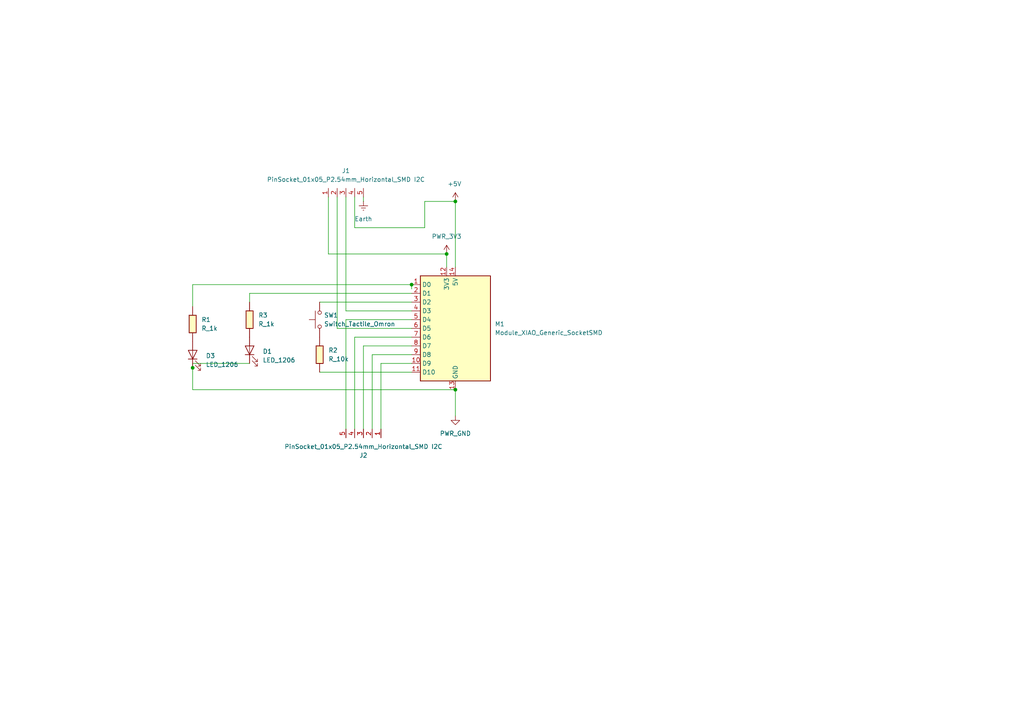
<source format=kicad_sch>
(kicad_sch (version 20250114) (generator "eeschema") (generator_version "9.0")
  (paper "A4")
  (lib_symbols
    (symbol "PCM_fab:LED_1206" (pin_numbers (hide yes)) (pin_names (offset 1.016) (hide yes))
      (property "Reference" "D" (at 0 2.54 0))
      (property "Value" "LED_1206" (at 0 -2.54 0))
      (symbol "LED_1206_0_1"
        (polyline (pts (xy -3.048 -0.762) (xy -4.572 -2.286) (xy -3.81 -2.286) (xy -4.572 -2.286) (xy -4.572 -1.524)))
        (polyline (pts (xy -1.778 -0.762) (xy -3.302 -2.286) (xy -2.54 -2.286) (xy -3.302 -2.286) (xy -3.302 -1.524)))
        (polyline (pts (xy -1.27 0) (xy 1.27 0)))
        (polyline (pts (xy -1.27 -1.27) (xy -1.27 1.27)) (stroke (width 0.2032)))
        (polyline (pts (xy 1.27 -1.27) (xy 1.27 1.27) (xy -1.27 0) (xy 1.27 -1.27)) (stroke (width 0.2032)))
      )
      (symbol "LED_1206_1_1"
        (pin passive line (at -3.81 0 0) (length 2.54) (name "K") (number "1"))
        (pin passive line (at 3.81 0 180) (length 2.54) (name "A") (number "2"))
      )
    )
    (symbol "PCM_fab:Module_XIAO_Generic_SocketSMD"
      (property "Reference" "M" (at -10.16 16.51 0))
      (property "Value" "Module_XIAO_Generic_SocketSMD" (at 1.27 16.51 0))
      (symbol "Module_XIAO_Generic_SocketSMD_1_1"
        (rectangle (start -10.16 15.24) (end 10.16 -15.24) (stroke (width 0.254)) (fill (type background)))
        (pin bidirectional line (at -12.7 12.7 0) (length 2.54) (name "D0") (number "1"))
        (pin bidirectional line (at -12.7 10.16 0) (length 2.54) (name "D1") (number "2"))
        (pin bidirectional line (at -12.7 7.62 0) (length 2.54) (name "D2") (number "3"))
        (pin bidirectional line (at -12.7 5.08 0) (length 2.54) (name "D3") (number "4"))
        (pin bidirectional line (at -12.7 2.54 0) (length 2.54) (name "D4") (number "5"))
        (pin bidirectional line (at -12.7 0 0) (length 2.54) (name "D5") (number "6"))
        (pin bidirectional line (at -12.7 -2.54 0) (length 2.54) (name "D6") (number "7"))
        (pin bidirectional line (at -12.7 -5.08 0) (length 2.54) (name "D7") (number "8"))
        (pin bidirectional line (at -12.7 -7.62 0) (length 2.54) (name "D8") (number "9"))
        (pin bidirectional line (at -12.7 -10.16 0) (length 2.54) (name "D9") (number "10"))
        (pin bidirectional line (at -12.7 -12.7 0) (length 2.54) (name "D10") (number "11"))
        (pin power_in line (at -2.54 17.78 270) (length 2.54) (name "3V3") (number "12"))
        (pin power_in line (at 0 17.78 270) (length 2.54) (name "5V") (number "14"))
        (pin power_in line (at 0 -17.78 90) (length 2.54) (name "GND") (number "13"))
      )
    )
    (symbol "PCM_fab:PWR_3V3" (power) (pin_names (offset 0))
      (property "Value" "PWR_3V3" (at 0 3.556 0))
      (symbol "PWR_3V3_0_1"
        (polyline (pts (xy -0.762 1.27) (xy 0 2.54)))
        (polyline (pts (xy 0 2.54) (xy 0.762 1.27)))
        (polyline (pts (xy 0 0) (xy 0 2.54)))
      )
      (symbol "PWR_3V3_1_1"
        (pin power_in line (at 0 0 90) (length 0) (hide yes) (name "PWR_3V3") (number "1"))
      )
    )
    (symbol "PCM_fab:PWR_GND" (power) (pin_names (offset 0))
      (property "Value" "PWR_GND" (at 0 -3.81 0))
      (symbol "PWR_GND_0_1"
        (polyline (pts (xy 0 0) (xy 0 -1.27) (xy 1.27 -1.27) (xy 0 -2.54) (xy -1.27 -1.27) (xy 0 -1.27)))
      )
      (symbol "PWR_GND_1_1"
        (pin power_in line (at 0 0 270) (length 0) (hide yes) (name "PWR_GND") (number "1"))
      )
    )
    (symbol "PCM_fab:PinSocket_01x05_P2.54mm_Horizontal_SMD"
      (property "Reference" "J" (at 0 8.89 0))
      (property "Value" "PinSocket_01x05_P2.54mm_Horizontal_SMD" (at 0 -7.62 0))
      (symbol "PinSocket_01x05_P2.54mm_Horizontal_SMD_0_0"
        (polyline (pts (xy -2.286 0.254) (xy -2.286 0.254)))
      )
      (symbol "PinSocket_01x05_P2.54mm_Horizontal_SMD_1_1"
        (pin passive line (at -2.54 5.08 0) (length 2.54) (name "") (number "1"))
        (pin passive line (at -2.54 2.54 0) (length 2.54) (name "") (number "2"))
        (pin passive line (at -2.54 0 0) (length 2.54) (name "") (number "3"))
        (pin passive line (at -2.54 -2.54 0) (length 2.54) (name "") (number "4"))
        (pin passive line (at -2.54 -5.08 0) (length 2.54) (name "") (number "5"))
      )
    )
    (symbol "PCM_fab:R_1206" (pin_numbers (hide yes)) (pin_names (offset 0))
      (property "Reference" "R" (at 2.54 0 90))
      (property "Value" "R_1206" (at -2.54 0 90))
      (symbol "R_1206_0_1"
        (rectangle (start -1.016 -2.54) (end 1.016 2.54) (stroke (width 0.254)) (fill (type background)))
      )
      (symbol "R_1206_1_1"
        (pin passive line (at 0 5.08 270) (length 2.54) (name "~") (number "1"))
        (pin passive line (at 0 -5.08 90) (length 2.54) (name "~") (number "2"))
      )
    )
    (symbol "PCM_fab:Switch_Tactile_Omron" (pin_numbers (hide yes)) (pin_names (offset 1.016) (hide yes))
      (property "Reference" "SW" (at 1.27 2.54 0))
      (property "Value" "Switch_Tactile_Omron" (at 0 -1.524 0))
      (symbol "Switch_Tactile_Omron_0_1"
        (circle (center -2.032 0) (radius 0.508))
        (polyline (pts (xy 0 1.27) (xy 0 3.048)))
        (circle (center 2.032 0) (radius 0.508))
        (polyline (pts (xy 2.54 1.27) (xy -2.54 1.27)))
        (pin passive line (at -5.08 0 0) (length 2.54) (name "1") (number "1"))
        (pin passive line (at 5.08 0 180) (length 2.54) (name "2") (number "2"))
      )
    )
    (symbol "power:+5V" (power) (pin_numbers (hide yes)) (pin_names (offset 0) (hide yes))
      (property "Value" "+5V" (at 0 3.556 0))
      (symbol "+5V_0_1"
        (polyline (pts (xy -0.762 1.27) (xy 0 2.54)))
        (polyline (pts (xy 0 2.54) (xy 0.762 1.27)))
        (polyline (pts (xy 0 0) (xy 0 2.54)))
      )
      (symbol "+5V_1_1"
        (pin power_in line (at 0 0 90) (length 0) (name "~") (number "1"))
      )
    )
    (symbol "power:Earth" (power) (pin_numbers (hide yes)) (pin_names (offset 0) (hide yes))
      (property "Value" "Earth" (at 0 -3.81 0))
      (symbol "Earth_0_1"
        (polyline (pts (xy -0.635 -1.905) (xy 0.635 -1.905)))
        (polyline (pts (xy -0.127 -2.54) (xy 0.127 -2.54)))
        (polyline (pts (xy 0 -1.27) (xy 0 0)))
        (polyline (pts (xy 1.27 -1.27) (xy -1.27 -1.27)))
      )
      (symbol "Earth_1_1"
        (pin power_in line (at 0 0 270) (length 0) (name "~") (number "1"))
      )
    )
  )
  (junction (at 129.54 73.66))
  (junction (at 132.08 113.03))
  (junction (at 119.38 82.55))
  (junction (at 55.88 106.68))
  (junction (at 132.08 58.42))
  (wire (pts (xy 119.38 82.55) (xy 119.38 83.82)))
  (wire (pts (xy 119.38 100.33) (xy 105.41 100.33)))
  (wire (pts (xy 102.87 66.04) (xy 123.19 66.04)))
  (wire (pts (xy 100.33 90.17) (xy 119.38 90.17)))
  (wire (pts (xy 105.41 100.33) (xy 105.41 124.46)))
  (wire (pts (xy 119.38 97.79) (xy 102.87 97.79)))
  (wire (pts (xy 92.71 87.63) (xy 119.38 87.63)))
  (wire (pts (xy 100.33 57.15) (xy 100.33 90.17)))
  (wire (pts (xy 72.39 85.09) (xy 119.38 85.09)))
  (wire (pts (xy 102.87 57.15) (xy 102.87 66.04)))
  (wire (pts (xy 119.38 105.41) (xy 110.49 105.41)))
  (wire (pts (xy 55.88 113.03) (xy 132.08 113.03)))
  (wire (pts (xy 107.95 102.87) (xy 107.95 124.46)))
  (wire (pts (xy 132.08 58.42) (xy 132.08 77.47)))
  (wire (pts (xy 55.88 82.55) (xy 119.38 82.55)))
  (wire (pts (xy 72.39 87.63) (xy 72.39 85.09)))
  (wire (pts (xy 123.19 66.04) (xy 123.19 58.42)))
  (wire (pts (xy 105.41 57.15) (xy 105.41 58.42)))
  (wire (pts (xy 119.38 95.25) (xy 97.79 95.25)))
  (wire (pts (xy 129.54 73.66) (xy 95.25 73.66)))
  (wire (pts (xy 55.88 105.41) (xy 55.88 106.68)))
  (wire (pts (xy 102.87 97.79) (xy 102.87 124.46)))
  (wire (pts (xy 119.38 92.71) (xy 100.33 92.71)))
  (wire (pts (xy 129.54 73.66) (xy 129.54 77.47)))
  (wire (pts (xy 92.71 107.95) (xy 119.38 107.95)))
  (wire (pts (xy 97.79 57.15) (xy 97.79 95.25)))
  (wire (pts (xy 95.25 57.15) (xy 95.25 73.66)))
  (wire (pts (xy 100.33 92.71) (xy 100.33 124.46)))
  (wire (pts (xy 72.39 105.41) (xy 55.88 105.41)))
  (wire (pts (xy 110.49 105.41) (xy 110.49 124.46)))
  (wire (pts (xy 123.19 58.42) (xy 132.08 58.42)))
  (wire (pts (xy 55.88 88.9) (xy 55.88 82.55)))
  (wire (pts (xy 132.08 113.03) (xy 132.08 120.65)))
  (wire (pts (xy 55.88 113.03) (xy 55.88 106.68)))
  (wire (pts (xy 119.38 102.87) (xy 107.95 102.87)))
  (symbol (lib_id "PCM_fab:PWR_3V3") (at 129.54 73.66 0) (unit 1)
    (property "Reference" "#PWR03" (effects (hide yes)))
    (property "Value" "PWR_3V3" (at 129.54 68.58 0))
    (property "Description" "Power symbol creates a global label with name \"+3V3\"" (effects (hide yes)))
  )
  (symbol (lib_id "PCM_fab:PWR_GND") (at 132.08 120.65 0) (unit 1)
    (property "Reference" "#PWR02" (effects (hide yes)))
    (property "Value" "PWR_GND" (at 132.08 125.73 0))
    (property "Description" "Power symbol creates a global label with name \"GND\" , ground" (effects (hide yes)))
  )
  (symbol (lib_id "PCM_fab:LED_1206") (at 55.88 102.87 90) (unit 1)
    (property "Reference" "D3" (at 59.69 103.2001 90) (effects (justify right)))
    (property "Value" "LED_1206" (at 59.69 105.7401 90) (effects (justify right)))
    (property "Footprint" "PCM_fab:LED_1206" (effects (hide yes)))
    (property "Datasheet" "https://optoelectronics.liteon.com/upload/download/DS-22-98-0002/LTST-C150CKT.pdf" (effects (hide yes)))
    (property "Description" "Light emitting diode, Lite-On Inc. LTST, SMD" (effects (hide yes)))
  )
  (symbol (lib_id "PCM_fab:R_1206") (at 92.71 102.87 0) (unit 1)
    (property "Reference" "R2" (at 95.25 101.5999 0) (effects (justify left)))
    (property "Value" "R_10k" (at 95.25 104.1399 0) (effects (justify left)))
    (property "Footprint" "PCM_fab:R_1206" (effects (hide yes)))
    (property "Description" "Resistor" (effects (hide yes)))
  )
  (symbol (lib_id "PCM_fab:Switch_Tactile_Omron") (at 92.71 92.71 90) (unit 1)
    (property "Reference" "SW1" (at 93.98 91.4399 90) (effects (justify right)))
    (property "Value" "Switch_Tactile_Omron" (at 93.98 93.9799 90) (effects (justify right)))
    (property "Footprint" "PCM_fab:Button_Omron_B3SN_6.0x6.0mm" (effects (hide yes)))
    (property "Datasheet" "https://omronfs.omron.com/en_US/ecb/products/pdf/en-b3sn.pdf" (effects (hide yes)))
    (property "Description" "Push button switch, Omron, B3SN, Sealed Tactile Switch (SMT), SPST-NO Top Actuated Surface Mount" (effects (hide yes)))
  )
  (symbol (lib_id "PCM_fab:Module_XIAO_Generic_SocketSMD") (at 132.08 95.25 0) (unit 1)
    (property "Reference" "M1" (at 143.51 93.9799 0) (effects (justify left)))
    (property "Value" "Module_XIAO_Generic_SocketSMD" (at 143.51 96.5199 0) (effects (justify left)))
    (property "Footprint" "PCM_fab:Module_XIAO_Generic_SocketSMD" (effects (hide yes)))
    (property "Datasheet" "https://wiki.seeedstudio.com/xiao_topic_page/" (effects (hide yes)))
    (property "Description" "The Seeed Studio XIAO series, named after the Chinese word for \"small,\" comprises tiny development boards based on various hardware platforms of ESP32, SAMD21, RP2040, nRF52840, RP2350 and RA4M1, MG24" (effects (hide yes)))
  )
  (symbol (lib_id "PCM_fab:LED_1206") (at 72.39 101.6 90) (unit 1)
    (property "Reference" "D1" (at 76.2 101.9301 90) (effects (justify right)))
    (property "Value" "LED_1206" (at 76.2 104.4701 90) (effects (justify right)))
    (property "Footprint" "PCM_fab:LED_1206" (effects (hide yes)))
    (property "Datasheet" "https://optoelectronics.liteon.com/upload/download/DS-22-98-0002/LTST-C150CKT.pdf" (effects (hide yes)))
    (property "Description" "Light emitting diode, Lite-On Inc. LTST, SMD" (effects (hide yes)))
  )
  (symbol (lib_id "power:Earth") (at 105.41 58.42 0) (unit 1)
    (property "Reference" "#PWR04" (effects (hide yes)))
    (property "Value" "Earth" (at 105.41 63.5 0))
    (property "Description" "Power symbol creates a global label with name \"Earth\"" (effects (hide yes)))
  )
  (symbol (lib_id "PCM_fab:PinSocket_01x05_P2.54mm_Horizontal_SMD") (at 100.33 54.61 90) (unit 1)
    (property "Reference" "J1" (at 100.33 49.53 90))
    (property "Value" "PinSocket_01x05_P2.54mm_Horizontal_SMD I2C" (at 100.33 52.07 90))
    (property "Footprint" "PCM_fab:PinSocket_01x05_P2.54mm_Horizontal_SMD" (effects (hide yes)))
    (property "Datasheet" "https://gct.co/files/specs/2.54mm-socket-spec.pdf" (effects (hide yes)))
    (property "Description" "Horizontal SMD 2.54mm pitch pin socket connector" (effects (hide yes)))
  )
  (symbol (lib_id "PCM_fab:PinSocket_01x05_P2.54mm_Horizontal_SMD") (at 105.41 127 270) (unit 1)
    (property "Reference" "J2" (at 105.41 132.08 90))
    (property "Value" "PinSocket_01x05_P2.54mm_Horizontal_SMD I2C" (at 105.41 129.54 90))
    (property "Footprint" "PCM_fab:PinSocket_01x05_P2.54mm_Horizontal_SMD" (effects (hide yes)))
    (property "Datasheet" "https://gct.co/files/specs/2.54mm-socket-spec.pdf" (effects (hide yes)))
    (property "Description" "Horizontal SMD 2.54mm pitch pin socket connector" (effects (hide yes)))
  )
  (symbol (lib_id "PCM_fab:R_1206") (at 55.88 93.98 0) (unit 1)
    (property "Reference" "R1" (at 58.42 92.7099 0) (effects (justify left)))
    (property "Value" "R_1k" (at 58.42 95.2499 0) (effects (justify left)))
    (property "Footprint" "PCM_fab:R_1206" (effects (hide yes)))
    (property "Description" "Resistor" (effects (hide yes)))
  )
  (symbol (lib_id "PCM_fab:R_1206") (at 72.39 92.71 0) (unit 1)
    (property "Reference" "R3" (at 74.93 91.4399 0) (effects (justify left)))
    (property "Value" "R_1k" (at 74.93 93.9799 0) (effects (justify left)))
    (property "Footprint" "PCM_fab:R_1206" (effects (hide yes)))
    (property "Description" "Resistor" (effects (hide yes)))
  )
  (symbol (lib_id "power:+5V") (at 132.08 58.42 0) (unit 1)
    (property "Reference" "#PWR01" (effects (hide yes)))
    (property "Value" "+5V" (at 131.826 53.34 0))
    (property "Description" "Power symbol creates a global label with name \"+5V\"" (effects (hide yes)))
  )
)
</source>
